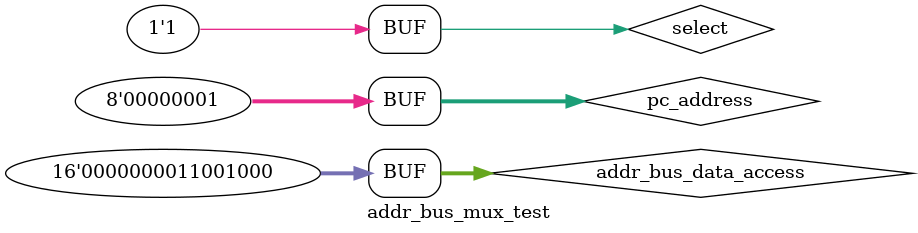
<source format=v>

module addr_bus_mux_test;
    //Inputs
    reg select;
    reg [7:0] pc_address;
    reg [15:0] addr_bus_data_access;

    //Outputs
     wire [15:0] address_bus;

    initial
    begin

        #5 select = 0; pc_address = 8'd1; addr_bus_data_access = 16'd200;
        #5 select = 1; pc_address = 8'd1; addr_bus_data_access = 16'd200;
    end

    initial
    begin
        $monitor($time, " select = %b, address_bus %b", select, address_bus);
    end


    addr_bus_mux test(select, pc_address, addr_bus_data_access, address_bus);
endmodule
</source>
